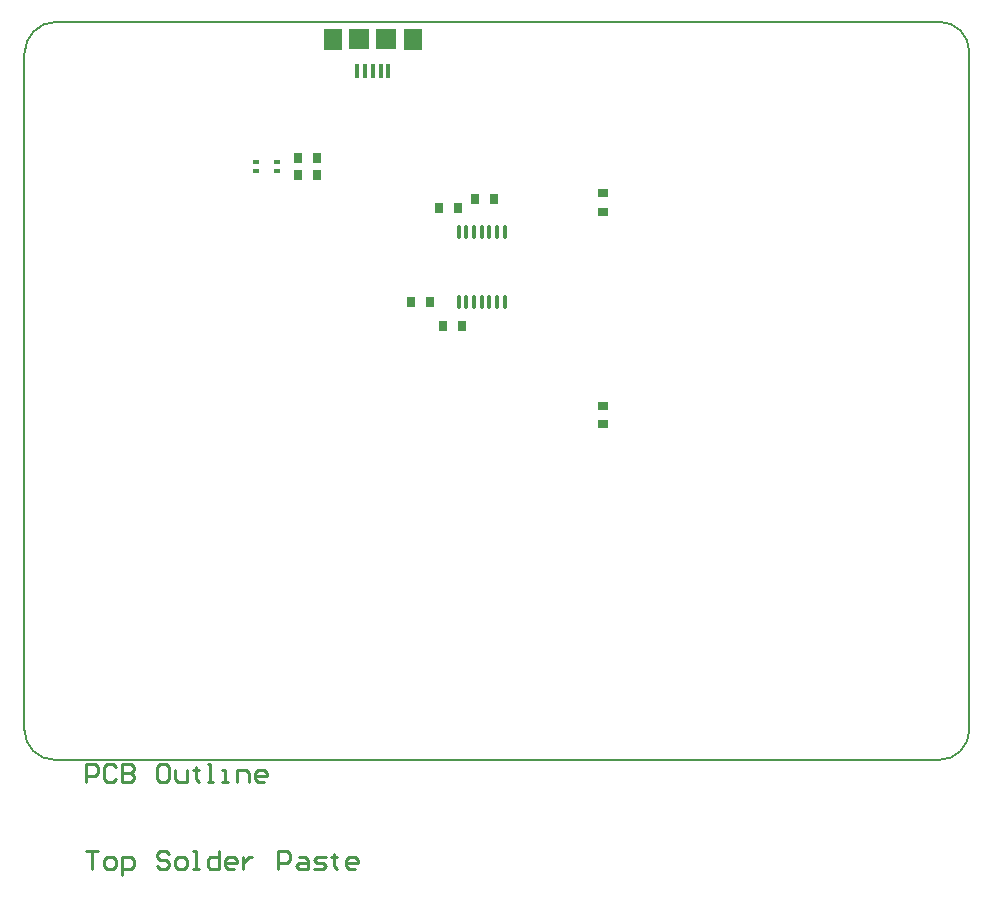
<source format=gtp>
G04*
G04 #@! TF.GenerationSoftware,Altium Limited,Altium Designer,25.8.1 (18)*
G04*
G04 Layer_Color=8421504*
%FSLAX24Y24*%
%MOIN*%
G70*
G04*
G04 #@! TF.SameCoordinates,09999318-E88C-4F9F-A6D3-71EC491E3F06*
G04*
G04*
G04 #@! TF.FilePolarity,Positive*
G04*
G01*
G75*
%ADD16C,0.0100*%
%ADD17C,0.0050*%
%ADD18R,0.0354X0.0314*%
%ADD19R,0.0314X0.0354*%
%ADD20R,0.0216X0.0137*%
%ADD21R,0.0117X0.0491*%
%ADD22R,0.0669X0.0708*%
%ADD23O,0.0137X0.0511*%
%ADD24R,0.0039X0.0226*%
G36*
X10570Y23662D02*
X9991D01*
Y24370D01*
X10570D01*
Y23662D01*
D02*
G37*
G36*
X13238D02*
X12658D01*
Y24370D01*
X13238D01*
Y23662D01*
D02*
G37*
D16*
X2069Y-3053D02*
X2462D01*
X2265D01*
Y-3643D01*
X2757D02*
X2954D01*
X3052Y-3545D01*
Y-3348D01*
X2954Y-3250D01*
X2757D01*
X2659Y-3348D01*
Y-3545D01*
X2757Y-3643D01*
X3249Y-3840D02*
Y-3250D01*
X3544D01*
X3643Y-3348D01*
Y-3545D01*
X3544Y-3643D01*
X3249D01*
X4824Y-3151D02*
X4725Y-3053D01*
X4528D01*
X4430Y-3151D01*
Y-3250D01*
X4528Y-3348D01*
X4725D01*
X4824Y-3446D01*
Y-3545D01*
X4725Y-3643D01*
X4528D01*
X4430Y-3545D01*
X5119Y-3643D02*
X5315D01*
X5414Y-3545D01*
Y-3348D01*
X5315Y-3250D01*
X5119D01*
X5020Y-3348D01*
Y-3545D01*
X5119Y-3643D01*
X5611D02*
X5807D01*
X5709D01*
Y-3053D01*
X5611D01*
X6496D02*
Y-3643D01*
X6201D01*
X6103Y-3545D01*
Y-3348D01*
X6201Y-3250D01*
X6496D01*
X6988Y-3643D02*
X6791D01*
X6693Y-3545D01*
Y-3348D01*
X6791Y-3250D01*
X6988D01*
X7087Y-3348D01*
Y-3446D01*
X6693D01*
X7283Y-3250D02*
Y-3643D01*
Y-3446D01*
X7382Y-3348D01*
X7480Y-3250D01*
X7579D01*
X8464Y-3643D02*
Y-3053D01*
X8759D01*
X8858Y-3151D01*
Y-3348D01*
X8759Y-3446D01*
X8464D01*
X9153Y-3250D02*
X9350D01*
X9448Y-3348D01*
Y-3643D01*
X9153D01*
X9054Y-3545D01*
X9153Y-3446D01*
X9448D01*
X9645Y-3643D02*
X9940D01*
X10038Y-3545D01*
X9940Y-3446D01*
X9743D01*
X9645Y-3348D01*
X9743Y-3250D01*
X10038D01*
X10334Y-3151D02*
Y-3250D01*
X10235D01*
X10432D01*
X10334D01*
Y-3545D01*
X10432Y-3643D01*
X11022D02*
X10826D01*
X10727Y-3545D01*
Y-3348D01*
X10826Y-3250D01*
X11022D01*
X11121Y-3348D01*
Y-3446D01*
X10727D01*
X2069Y-730D02*
Y-139D01*
X2364D01*
X2462Y-238D01*
Y-435D01*
X2364Y-533D01*
X2069D01*
X3052Y-238D02*
X2954Y-139D01*
X2757D01*
X2659Y-238D01*
Y-631D01*
X2757Y-730D01*
X2954D01*
X3052Y-631D01*
X3249Y-139D02*
Y-730D01*
X3544D01*
X3643Y-631D01*
Y-533D01*
X3544Y-435D01*
X3249D01*
X3544D01*
X3643Y-336D01*
Y-238D01*
X3544Y-139D01*
X3249D01*
X4725D02*
X4528D01*
X4430Y-238D01*
Y-631D01*
X4528Y-730D01*
X4725D01*
X4824Y-631D01*
Y-238D01*
X4725Y-139D01*
X5020Y-336D02*
Y-631D01*
X5119Y-730D01*
X5414D01*
Y-336D01*
X5709Y-238D02*
Y-336D01*
X5611D01*
X5807D01*
X5709D01*
Y-631D01*
X5807Y-730D01*
X6103D02*
X6299D01*
X6201D01*
Y-139D01*
X6103D01*
X6595Y-730D02*
X6791D01*
X6693D01*
Y-336D01*
X6595D01*
X7087Y-730D02*
Y-336D01*
X7382D01*
X7480Y-435D01*
Y-730D01*
X7972D02*
X7775D01*
X7677Y-631D01*
Y-435D01*
X7775Y-336D01*
X7972D01*
X8070Y-435D01*
Y-533D01*
X7677D01*
D17*
X1072Y24606D02*
G03*
X0Y23534I0J-1072D01*
G01*
X31496Y23599D02*
G03*
X30489Y24606I-1007J0D01*
G01*
X30489Y0D02*
G03*
X31496Y1007I0J1007D01*
G01*
X0D02*
G03*
X1007Y0I1007J0D01*
G01*
X0Y1181D02*
Y23534D01*
X1072Y24606D02*
X30489D01*
X31496Y1007D02*
Y23599D01*
X1007Y0D02*
X30489D01*
X0Y1007D02*
Y1181D01*
D18*
X19291Y11181D02*
D03*
Y11811D02*
D03*
Y18898D02*
D03*
Y18268D02*
D03*
D19*
X9764Y20079D02*
D03*
X9134D02*
D03*
X9764Y19488D02*
D03*
X9134D02*
D03*
X14443Y18406D02*
D03*
X13813D02*
D03*
X12874Y15256D02*
D03*
X13504D02*
D03*
X14587Y14468D02*
D03*
X13957D02*
D03*
X15027Y18701D02*
D03*
X15657D02*
D03*
D20*
X8406Y19626D02*
D03*
Y19941D02*
D03*
X7736Y19626D02*
D03*
Y19941D02*
D03*
D21*
X12126Y22963D02*
D03*
X11870D02*
D03*
X11614D02*
D03*
X11358D02*
D03*
X11102D02*
D03*
D22*
X12067Y24016D02*
D03*
X11161D02*
D03*
D23*
X16011Y17598D02*
D03*
X15755D02*
D03*
X15499D02*
D03*
X15243D02*
D03*
X14987D02*
D03*
X14731D02*
D03*
X14476D02*
D03*
X16011Y15276D02*
D03*
X15755D02*
D03*
X15499D02*
D03*
X15243D02*
D03*
X14987D02*
D03*
X14731D02*
D03*
X14476D02*
D03*
D24*
X11654Y21088D02*
D03*
X11811D02*
D03*
X11968D02*
D03*
X11654Y21432D02*
D03*
X11811D02*
D03*
X11968D02*
D03*
M02*

</source>
